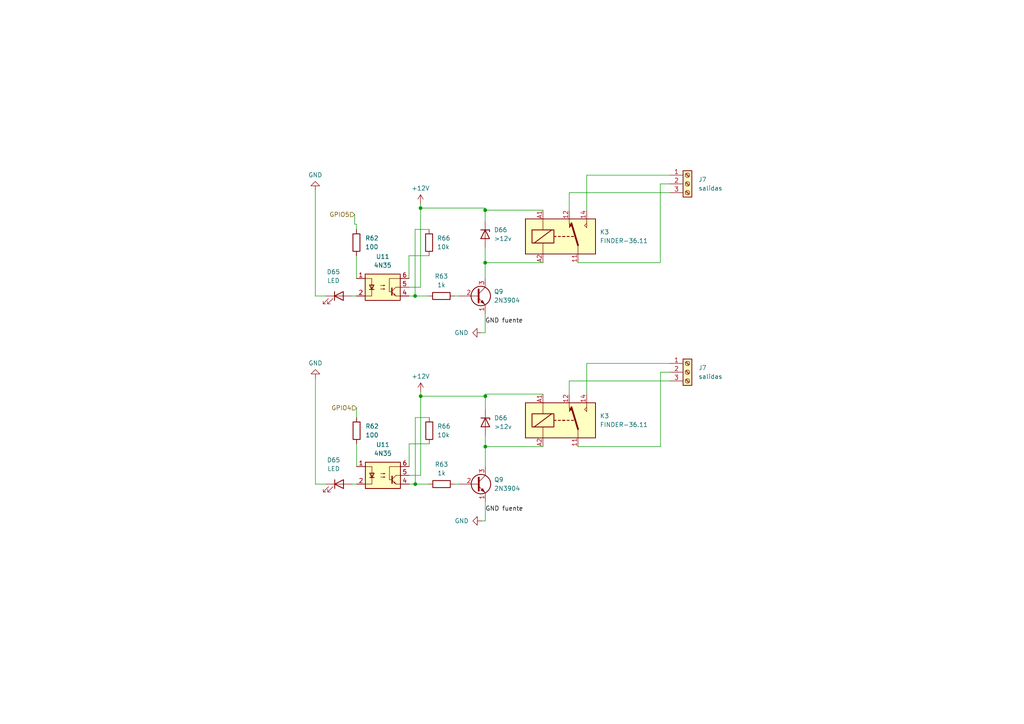
<source format=kicad_sch>
(kicad_sch (version 20230121) (generator eeschema)
  (paper "A4")
  (lib_symbols
    (symbol "Connector:Screw_Terminal_01x03" (pin_names (offset 1.016) hide)
      (property "Reference" "J" (at 0 5.08 0))
      (property "Value" "Screw_Terminal_01x03" (at 0 -5.08 0))
      (symbol "Screw_Terminal_01x03_1_1"
        (rectangle (start -1.27 3.81) (end 1.27 -3.81) (stroke (width 0.254)) (fill (type background)))
        (circle (center 0 -2.54) (radius 0.635) (stroke (width 0.1524)))
        (polyline (pts (xy -0.5334 -2.2098) (xy 0.3302 -3.048)) (stroke (width 0.1524)))
        (polyline (pts (xy -0.5334 0.3302) (xy 0.3302 -0.508)) (stroke (width 0.1524)))
        (polyline (pts (xy -0.5334 2.8702) (xy 0.3302 2.032)) (stroke (width 0.1524)))
        (polyline (pts (xy -0.3556 -2.032) (xy 0.508 -2.8702)) (stroke (width 0.1524)))
        (polyline (pts (xy -0.3556 0.508) (xy 0.508 -0.3302)) (stroke (width 0.1524)))
        (polyline (pts (xy -0.3556 3.048) (xy 0.508 2.2098)) (stroke (width 0.1524)))
        (circle (center 0 0) (radius 0.635) (stroke (width 0.1524)))
        (circle (center 0 2.54) (radius 0.635) (stroke (width 0.1524)))
        (pin passive line (at -5.08 2.54 0) (length 3.81) (name "Pin_1") (number "1"))
        (pin passive line (at -5.08 0 0) (length 3.81) (name "Pin_2") (number "2"))
        (pin passive line (at -5.08 -2.54 0) (length 3.81) (name "Pin_3") (number "3"))
      )
    )
    (symbol "Device:D_Zener" (pin_numbers hide) (pin_names (offset 1.016) hide)
      (property "Reference" "D" (at 0 2.54 0))
      (property "Value" "D_Zener" (at 0 -2.54 0))
      (symbol "D_Zener_0_1"
        (polyline (pts (xy 1.27 0) (xy -1.27 0)))
        (polyline (pts (xy -1.27 -1.27) (xy -1.27 1.27) (xy -0.762 1.27)) (stroke (width 0.254)))
        (polyline (pts (xy 1.27 -1.27) (xy 1.27 1.27) (xy -1.27 0) (xy 1.27 -1.27)) (stroke (width 0.254)))
      )
      (symbol "D_Zener_1_1"
        (pin passive line (at -3.81 0 0) (length 2.54) (name "K") (number "1"))
        (pin passive line (at 3.81 0 180) (length 2.54) (name "A") (number "2"))
      )
    )
    (symbol "Device:LED" (pin_numbers hide) (pin_names (offset 1.016) hide)
      (property "Reference" "D" (at 0 2.54 0))
      (property "Value" "LED" (at 0 -2.54 0))
      (symbol "LED_0_1"
        (polyline (pts (xy -1.27 -1.27) (xy -1.27 1.27)) (stroke (width 0.254)))
        (polyline (pts (xy -1.27 0) (xy 1.27 0)))
        (polyline (pts (xy 1.27 -1.27) (xy 1.27 1.27) (xy -1.27 0) (xy 1.27 -1.27)) (stroke (width 0.254)))
        (polyline (pts (xy -3.048 -0.762) (xy -4.572 -2.286) (xy -3.81 -2.286) (xy -4.572 -2.286) (xy -4.572 -1.524)))
        (polyline (pts (xy -1.778 -0.762) (xy -3.302 -2.286) (xy -2.54 -2.286) (xy -3.302 -2.286) (xy -3.302 -1.524)))
      )
      (symbol "LED_1_1"
        (pin passive line (at -3.81 0 0) (length 2.54) (name "K") (number "1"))
        (pin passive line (at 3.81 0 180) (length 2.54) (name "A") (number "2"))
      )
    )
    (symbol "Device:R" (pin_numbers hide) (pin_names (offset 0))
      (property "Reference" "R" (at 2.032 0 90))
      (property "Value" "R" (at 0 0 90))
      (symbol "R_0_1"
        (rectangle (start -1.016 -2.54) (end 1.016 2.54) (stroke (width 0.254)))
      )
      (symbol "R_1_1"
        (pin passive line (at 0 3.81 270) (length 1.27) (name "~") (number "1"))
        (pin passive line (at 0 -3.81 90) (length 1.27) (name "~") (number "2"))
      )
    )
    (symbol "Isolator:4N35" (pin_names (offset 1.016))
      (property "Reference" "U" (at -5.08 5.08 0))
      (property "Value" "4N35" (at 0 5.08 0))
      (symbol "4N35_0_1"
        (rectangle (start -5.08 3.81) (end 5.08 -3.81) (stroke (width 0.254)) (fill (type background)))
        (polyline (pts (xy -3.81 -0.635) (xy -2.54 -0.635)) (stroke (width 0.254)))
        (polyline (pts (xy 2.667 -1.397) (xy 3.81 -2.54)))
        (polyline (pts (xy 2.667 -1.143) (xy 3.81 0)))
        (polyline (pts (xy 3.81 -2.54) (xy 5.08 -2.54)))
        (polyline (pts (xy 3.81 0) (xy 5.08 0)))
        (polyline (pts (xy 2.667 -0.254) (xy 2.667 -2.286) (xy 2.667 -2.286)) (stroke (width 0.3556)))
        (polyline (pts (xy -5.08 -2.54) (xy -3.175 -2.54) (xy -3.175 2.54) (xy -5.08 2.54)))
        (polyline (pts (xy -3.175 -0.635) (xy -3.81 0.635) (xy -2.54 0.635) (xy -3.175 -0.635)) (stroke (width 0.254)))
        (polyline (pts (xy 3.683 -2.413) (xy 3.429 -1.905) (xy 3.175 -2.159) (xy 3.683 -2.413)))
        (polyline (pts (xy 5.08 2.54) (xy 1.905 2.54) (xy 1.905 -1.27) (xy 2.54 -1.27)))
        (polyline (pts (xy -0.635 -0.508) (xy 0.635 -0.508) (xy 0.254 -0.635) (xy 0.254 -0.381) (xy 0.635 -0.508)))
        (polyline (pts (xy -0.635 0.508) (xy 0.635 0.508) (xy 0.254 0.381) (xy 0.254 0.635) (xy 0.635 0.508)))
      )
      (symbol "4N35_1_1"
        (pin passive line (at -7.62 2.54 0) (length 2.54) (name "~") (number "1"))
        (pin passive line (at -7.62 -2.54 0) (length 2.54) (name "~") (number "2"))
        (pin no_connect line (at -5.08 0 0) (length 2.54) hide (name "NC") (number "3"))
        (pin passive line (at 7.62 -2.54 180) (length 2.54) (name "~") (number "4"))
        (pin passive line (at 7.62 0 180) (length 2.54) (name "~") (number "5"))
        (pin passive line (at 7.62 2.54 180) (length 2.54) (name "~") (number "6"))
      )
    )
    (symbol "Relay:FINDER-36.11"
      (property "Reference" "K" (at 11.43 3.81 0))
      (property "Value" "FINDER-36.11" (at 11.43 1.27 0))
      (symbol "FINDER-36.11_0_0"
        (polyline (pts (xy 2.54 3.81) (xy 2.54 5.08)))
        (polyline (pts (xy 7.62 3.81) (xy 7.62 5.08)))
        (polyline (pts (xy 7.62 3.81) (xy 7.62 2.54) (xy 6.985 3.175) (xy 7.62 3.81)))
      )
      (symbol "FINDER-36.11_0_1"
        (rectangle (start -10.16 5.08) (end 10.16 -5.08) (stroke (width 0.254)) (fill (type background)))
        (rectangle (start -8.255 1.905) (end -1.905 -1.905) (stroke (width 0.254)))
        (polyline (pts (xy -7.62 -1.905) (xy -2.54 1.905)) (stroke (width 0.254)))
        (polyline (pts (xy -5.08 -5.08) (xy -5.08 -1.905)))
        (polyline (pts (xy -5.08 5.08) (xy -5.08 1.905)))
        (polyline (pts (xy -1.905 0) (xy -1.27 0)) (stroke (width 0.254)))
        (polyline (pts (xy -0.635 0) (xy 0 0)) (stroke (width 0.254)))
        (polyline (pts (xy 0.635 0) (xy 1.27 0)) (stroke (width 0.254)))
        (polyline (pts (xy 0.635 0) (xy 1.27 0)) (stroke (width 0.254)))
        (polyline (pts (xy 1.905 0) (xy 2.54 0)) (stroke (width 0.254)))
        (polyline (pts (xy 3.175 0) (xy 3.81 0)) (stroke (width 0.254)))
        (polyline (pts (xy 5.08 -2.54) (xy 3.175 3.81)) (stroke (width 0.508)))
        (polyline (pts (xy 5.08 -2.54) (xy 5.08 -5.08)))
        (polyline (pts (xy 2.54 2.54) (xy 3.175 3.175) (xy 2.54 3.81)) (fill (type outline)))
      )
      (symbol "FINDER-36.11_1_1"
        (pin passive line (at 5.08 -7.62 90) (length 2.54) (name "~") (number "11"))
        (pin passive line (at 2.54 7.62 270) (length 2.54) (name "~") (number "12"))
        (pin passive line (at 7.62 7.62 270) (length 2.54) (name "~") (number "14"))
        (pin passive line (at -5.08 7.62 270) (length 2.54) (name "~") (number "A1"))
        (pin passive line (at -5.08 -7.62 90) (length 2.54) (name "~") (number "A2"))
      )
    )
    (symbol "Transistor_BJT:2N3904" (pin_names (offset 0) hide)
      (property "Reference" "Q" (at 5.08 1.905 0))
      (property "Value" "2N3904" (at 5.08 0 0))
      (symbol "2N3904_0_1"
        (polyline (pts (xy 0.635 0.635) (xy 2.54 2.54)))
        (polyline (pts (xy 0.635 -0.635) (xy 2.54 -2.54) (xy 2.54 -2.54)))
        (polyline (pts (xy 0.635 1.905) (xy 0.635 -1.905) (xy 0.635 -1.905)) (stroke (width 0.508)))
        (polyline (pts (xy 1.27 -1.778) (xy 1.778 -1.27) (xy 2.286 -2.286) (xy 1.27 -1.778) (xy 1.27 -1.778)) (fill (type outline)))
        (circle (center 1.27 0) (radius 2.8194) (stroke (width 0.254)))
      )
      (symbol "2N3904_1_1"
        (pin passive line (at 2.54 -5.08 90) (length 2.54) (name "E") (number "1"))
        (pin passive line (at -5.08 0 0) (length 5.715) (name "B") (number "2"))
        (pin passive line (at 2.54 5.08 270) (length 2.54) (name "C") (number "3"))
      )
    )
    (symbol "power:+12V" (power) (pin_names (offset 0))
      (property "Value" "+12V" (at 0 3.556 0))
      (symbol "+12V_0_1"
        (polyline (pts (xy -0.762 1.27) (xy 0 2.54)))
        (polyline (pts (xy 0 0) (xy 0 2.54)))
        (polyline (pts (xy 0 2.54) (xy 0.762 1.27)))
      )
      (symbol "+12V_1_1"
        (pin power_in line (at 0 0 90) (length 0) hide (name "+12V") (number "1"))
      )
    )
    (symbol "power:GND" (power) (pin_names (offset 0))
      (property "Value" "GND" (at 0 -3.81 0))
      (symbol "GND_0_1"
        (polyline (pts (xy 0 0) (xy 0 -1.27) (xy 1.27 -1.27) (xy 0 -2.54) (xy -1.27 -1.27) (xy 0 -1.27)))
      )
      (symbol "GND_1_1"
        (pin power_in line (at 0 0 270) (length 0) hide (name "GND") (number "1"))
      )
    )
  )
  (junction (at 140.7668 129.54))
  (junction (at 120.4468 140.4112))
  (junction (at 121.9708 60.3504))
  (junction (at 140.7668 114.9096))
  (junction (at 122.0216 114.9096))
  (junction (at 140.716 76.2))
  (junction (at 140.716 60.96))
  (junction (at 120.396 85.852))
  (wire (pts (xy 170.18 50.8) (xy 194.31 50.8)))
  (wire (pts (xy 140.716 76.2) (xy 140.716 80.772)))
  (wire (pts (xy 122.0216 114.9096) (xy 122.0216 113.5888)))
  (wire (pts (xy 121.9708 60.3504) (xy 121.9708 59.0296)))
  (wire (pts (xy 124.46 66.548) (xy 120.396 66.548)))
  (wire (pts (xy 140.7668 129.54) (xy 157.48 129.54)))
  (wire (pts (xy 121.9708 83.312) (xy 121.9708 60.3504)))
  (wire (pts (xy 140.716 64.135) (xy 140.716 60.96)))
  (wire (pts (xy 139.6492 96.52) (xy 140.716 96.52)))
  (wire (pts (xy 118.6688 128.7272) (xy 124.5108 128.7272)))
  (wire (pts (xy 118.6688 137.8712) (xy 122.0216 137.8712)))
  (wire (pts (xy 120.396 85.852) (xy 124.206 85.852)))
  (wire (pts (xy 140.716 90.932) (xy 140.716 96.52)))
  (wire (pts (xy 140.716 76.2) (xy 157.48 76.2)))
  (wire (pts (xy 170.18 60.96) (xy 170.18 50.8)))
  (wire (pts (xy 122.0216 137.8712) (xy 122.0216 114.9096)))
  (wire (pts (xy 120.4468 140.4112) (xy 124.2568 140.4112)))
  (wire (pts (xy 140.7668 126.3142) (xy 140.7668 129.54)))
  (wire (pts (xy 170.18 114.3) (xy 170.18 105.41)))
  (wire (pts (xy 102.108 85.852) (xy 103.378 85.852)))
  (wire (pts (xy 118.618 83.312) (xy 121.9708 83.312)))
  (wire (pts (xy 102.1588 140.4112) (xy 103.4288 140.4112)))
  (wire (pts (xy 170.18 105.41) (xy 194.31 105.41)))
  (wire (pts (xy 191.516 53.34) (xy 194.31 53.34)))
  (wire (pts (xy 191.5668 129.54) (xy 191.5668 107.95)))
  (wire (pts (xy 118.618 74.168) (xy 124.46 74.168)))
  (wire (pts (xy 140.7668 118.6942) (xy 140.7668 114.9096)))
  (wire (pts (xy 140.716 60.3504) (xy 140.716 60.96)))
  (wire (pts (xy 118.618 80.772) (xy 118.618 74.168)))
  (wire (pts (xy 94.5388 140.4112) (xy 91.4908 140.4112)))
  (wire (pts (xy 194.31 55.88) (xy 165.1 55.88)))
  (wire (pts (xy 167.64 76.2) (xy 191.516 76.2)))
  (wire (pts (xy 140.716 60.96) (xy 157.48 60.96)))
  (wire (pts (xy 191.516 76.2) (xy 191.516 53.34)))
  (wire (pts (xy 167.64 129.54) (xy 191.5668 129.54)))
  (wire (pts (xy 120.4468 121.1072) (xy 120.4468 140.4112)))
  (wire (pts (xy 121.9708 60.3504) (xy 140.716 60.3504)))
  (wire (pts (xy 165.1 55.88) (xy 165.1 60.96)))
  (wire (pts (xy 118.6688 140.4112) (xy 120.4468 140.4112)))
  (wire (pts (xy 131.8768 140.4112) (xy 133.1468 140.4112)))
  (wire (pts (xy 140.7668 145.4912) (xy 140.7668 151.0792)))
  (wire (pts (xy 91.4908 109.728) (xy 91.4908 140.4112)))
  (wire (pts (xy 94.488 85.852) (xy 91.44 85.852)))
  (wire (pts (xy 191.5668 107.95) (xy 194.31 107.95)))
  (wire (pts (xy 103.378 65.024) (xy 103.378 66.548)))
  (wire (pts (xy 91.44 55.1688) (xy 91.44 85.852)))
  (wire (pts (xy 122.0216 114.9096) (xy 140.7668 114.9096)))
  (wire (pts (xy 140.716 71.755) (xy 140.716 76.2)))
  (wire (pts (xy 103.378 74.168) (xy 103.378 80.772)))
  (wire (pts (xy 118.6688 135.3312) (xy 118.6688 128.7272)))
  (wire (pts (xy 165.1 110.49) (xy 194.31 110.49)))
  (wire (pts (xy 103.4288 118.3132) (xy 103.4288 121.1072)))
  (wire (pts (xy 165.1 114.3) (xy 165.1 110.49)))
  (wire (pts (xy 120.396 66.548) (xy 120.396 85.852)))
  (wire (pts (xy 102.87 65.024) (xy 103.378 65.024)))
  (wire (pts (xy 102.87 62.23) (xy 102.87 65.024)))
  (wire (pts (xy 131.826 85.852) (xy 133.096 85.852)))
  (wire (pts (xy 124.5108 121.1072) (xy 120.4468 121.1072)))
  (wire (pts (xy 140.7668 114.3) (xy 157.48 114.3)))
  (wire (pts (xy 140.7668 129.54) (xy 140.7668 135.3312)))
  (wire (pts (xy 140.7668 114.9096) (xy 140.7668 114.3)))
  (wire (pts (xy 139.7 151.0792) (xy 140.7668 151.0792)))
  (wire (pts (xy 118.618 85.852) (xy 120.396 85.852)))
  (wire (pts (xy 103.4288 128.7272) (xy 103.4288 135.3312)))
  (label "GND fuente" (at 140.7668 148.5392 0))
  (label "GND fuente" (at 140.716 93.98 0))
  (hierarchical_label "GPIO4" (shape input) (at 103.4288 118.3132 180))
  (hierarchical_label "GPIO5" (shape input) (at 102.87 62.23 180))
  (symbol (lib_id "Isolator:4N35") (at 110.998 83.312 0) (unit 1)
    (property "Reference" "U11" (at 110.998 74.422 0))
    (property "Value" "4N35" (at 110.998 76.962 0))
    (property "Footprint" "Package_DIP:DIP-6_W7.62mm" (effects hide))
    (property "Datasheet" "https://www.vishay.com/docs/81181/4n35.pdf" (effects hide))
    (instances (project "pcb de prueba de dispositivos" (path "" (reference "U11") (unit 1))) (project "robotica" (path "" (reference "U3") (unit 1))))
  )
  (symbol (lib_id "power:GND") (at 91.4908 109.728 180) (unit 1)
    (property "Reference" "#PWR020" (effects hide))
    (property "Value" "GND" (at 91.4908 105.3084 0))
  )
  (symbol (lib_id "Device:R") (at 103.378 70.358 180) (unit 1)
    (property "Reference" "R62" (at 105.918 69.0879 0) (effects (justify right)))
    (property "Value" "100" (at 105.918 71.6279 0) (effects (justify right)))
    (property "Footprint" "Resistor_THT:R_Axial_DIN0207_L6.3mm_D2.5mm_P7.62mm_Horizontal" (effects hide))
    (instances (project "pcb de prueba de dispositivos" (path "" (reference "R62") (unit 1))) (project "robotica" (path "" (reference "R1") (unit 1))))
  )
  (symbol (lib_id "Device:R") (at 128.016 85.852 90) (unit 1)
    (property "Reference" "R63" (at 128.016 80.137 90))
    (property "Value" "1k" (at 128.016 82.677 90))
    (property "Footprint" "Resistor_THT:R_Axial_DIN0207_L6.3mm_D2.5mm_P7.62mm_Horizontal" (effects hide))
    (instances (project "pcb de prueba de dispositivos" (path "" (reference "R63") (unit 1))) (project "robotica" (path "" (reference "R5") (unit 1))))
  )
  (symbol (lib_id "Device:R") (at 124.5108 124.9172 180) (unit 1)
    (property "Reference" "R66" (at 126.7968 123.6471 0) (effects (justify right)))
    (property "Value" "10k" (at 126.7968 126.1871 0) (effects (justify right)))
    (property "Footprint" "Resistor_THT:R_Axial_DIN0207_L6.3mm_D2.5mm_P7.62mm_Horizontal" (effects hide))
    (instances (project "pcb de prueba de dispositivos" (path "" (reference "R66") (unit 1))) (project "robotica" (path "" (reference "R4") (unit 1))))
  )
  (symbol (lib_id "power:GND") (at 139.6492 96.52 270) (unit 1)
    (property "Reference" "#PWR019" (effects hide))
    (property "Value" "GND" (at 135.89 96.52 90) (effects (justify right)))
  )
  (symbol (lib_id "Relay:FINDER-36.11") (at 162.56 121.92 0) (unit 1)
    (property "Reference" "K3" (at 173.99 120.6499 0) (effects (justify left)))
    (property "Value" "FINDER-36.11" (at 173.99 123.1899 0) (effects (justify left)))
    (property "Footprint" "Relay_THT:Relay_SPDT_Finder_36.11" (effects hide))
    (property "Datasheet" "https://gfinder.findernet.com/public/attachments/36/EN/S36EN.pdf" (effects hide))
    (instances (project "pcb de prueba de dispositivos" (path "" (reference "K3") (unit 1))) (project "robotica" (path "" (reference "K2") (unit 1))))
  )
  (symbol (lib_id "Device:D_Zener") (at 140.716 67.945 270) (unit 1)
    (property "Reference" "D66" (at 143.256 66.6749 90) (effects (justify left)))
    (property "Value" ">12v" (at 143.256 69.2149 90) (effects (justify left)))
    (property "Footprint" "Diode_THT:D_A-405_P10.16mm_Horizontal" (effects hide))
    (instances (project "pcb de prueba de dispositivos" (path "" (reference "D66") (unit 1))) (project "robotica" (path "" (reference "D3") (unit 1))))
  )
  (symbol (lib_id "Connector:Screw_Terminal_01x03") (at 199.39 53.34 0) (unit 1)
    (property "Reference" "J7" (at 202.565 52.0699 0) (effects (justify left)))
    (property "Value" "salidas" (at 202.565 54.6099 0) (effects (justify left)))
    (property "Footprint" "TerminalBlock:TerminalBlock_bornier-3_P5.08mm" (effects hide))
    (instances (project "pcb de prueba de dispositivos" (path "" (reference "J7") (unit 1))) (project "robotica" (path "" (reference "J17") (unit 1))))
  )
  (symbol (lib_id "power:GND") (at 91.44 55.1688 180) (unit 1)
    (property "Reference" "#PWR018" (effects hide))
    (property "Value" "GND" (at 91.44 50.7492 0))
  )
  (symbol (lib_id "Transistor_BJT:2N3904") (at 138.2268 140.4112 0) (unit 1)
    (property "Reference" "Q9" (at 143.3068 139.1411 0) (effects (justify left)))
    (property "Value" "2N3904" (at 143.3068 141.6811 0) (effects (justify left)))
    (property "Footprint" "Package_TO_SOT_THT:TO-92_Wide" (effects hide))
    (property "Datasheet" "https://www.onsemi.com/pub/Collateral/2N3903-D.PDF" (effects hide))
    (instances (project "pcb de prueba de dispositivos" (path "" (reference "Q9") (unit 1))) (project "robotica" (path "" (reference "Q2") (unit 1))))
  )
  (symbol (lib_id "Device:R") (at 103.4288 124.9172 180) (unit 1)
    (property "Reference" "R62" (at 105.9688 123.6471 0) (effects (justify right)))
    (property "Value" "100" (at 105.9688 126.1871 0) (effects (justify right)))
    (property "Footprint" "Resistor_THT:R_Axial_DIN0207_L6.3mm_D2.5mm_P7.62mm_Horizontal" (effects hide))
    (instances (project "pcb de prueba de dispositivos" (path "" (reference "R62") (unit 1))) (project "robotica" (path "" (reference "R2") (unit 1))))
  )
  (symbol (lib_id "power:GND") (at 139.7 151.0792 270) (unit 1)
    (property "Reference" "#PWR022" (effects hide))
    (property "Value" "GND" (at 135.9408 151.0792 90) (effects (justify right)))
  )
  (symbol (lib_id "Connector:Screw_Terminal_01x03") (at 199.39 107.95 0) (unit 1)
    (property "Reference" "J7" (at 202.565 106.6799 0) (effects (justify left)))
    (property "Value" "salidas" (at 202.565 109.2199 0) (effects (justify left)))
    (property "Footprint" "TerminalBlock:TerminalBlock_bornier-3_P5.08mm" (effects hide))
    (instances (project "pcb de prueba de dispositivos" (path "" (reference "J7") (unit 1))) (project "robotica" (path "" (reference "J3") (unit 1))))
  )
  (symbol (lib_id "power:+12V") (at 121.9708 59.0296 0) (unit 1)
    (property "Reference" "#PWR017" (effects hide))
    (property "Value" "+12V" (at 121.9708 54.61 0))
  )
  (symbol (lib_id "Device:R") (at 128.0668 140.4112 90) (unit 1)
    (property "Reference" "R63" (at 128.0668 134.6962 90))
    (property "Value" "1k" (at 128.0668 137.2362 90))
    (property "Footprint" "Resistor_THT:R_Axial_DIN0207_L6.3mm_D2.5mm_P7.62mm_Horizontal" (effects hide))
    (instances (project "pcb de prueba de dispositivos" (path "" (reference "R63") (unit 1))) (project "robotica" (path "" (reference "R6") (unit 1))))
  )
  (symbol (lib_id "Device:R") (at 124.46 70.358 180) (unit 1)
    (property "Reference" "R66" (at 126.746 69.0879 0) (effects (justify right)))
    (property "Value" "10k" (at 126.746 71.6279 0) (effects (justify right)))
    (property "Footprint" "Resistor_THT:R_Axial_DIN0207_L6.3mm_D2.5mm_P7.62mm_Horizontal" (effects hide))
    (instances (project "pcb de prueba de dispositivos" (path "" (reference "R66") (unit 1))) (project "robotica" (path "" (reference "R3") (unit 1))))
  )
  (symbol (lib_id "Isolator:4N35") (at 111.0488 137.8712 0) (unit 1)
    (property "Reference" "U11" (at 111.0488 128.9812 0))
    (property "Value" "4N35" (at 111.0488 131.5212 0))
    (property "Footprint" "Package_DIP:DIP-6_W7.62mm" (effects hide))
    (property "Datasheet" "https://www.vishay.com/docs/81181/4n35.pdf" (effects hide))
    (instances (project "pcb de prueba de dispositivos" (path "" (reference "U11") (unit 1))) (project "robotica" (path "" (reference "U4") (unit 1))))
  )
  (symbol (lib_id "Device:LED") (at 98.3488 140.4112 0) (unit 1)
    (property "Reference" "D65" (at 96.7613 133.4262 0))
    (property "Value" "LED" (at 96.7613 135.9662 0))
    (property "Footprint" "LED_THT:LED_D5.0mm" (effects hide))
    (instances (project "pcb de prueba de dispositivos" (path "" (reference "D65") (unit 1))) (project "robotica" (path "" (reference "D2") (unit 1))))
  )
  (symbol (lib_id "Relay:FINDER-36.11") (at 162.56 68.58 0) (unit 1)
    (property "Reference" "K3" (at 173.99 67.3099 0) (effects (justify left)))
    (property "Value" "FINDER-36.11" (at 173.99 69.8499 0) (effects (justify left)))
    (property "Footprint" "Relay_THT:Relay_SPDT_Finder_36.11" (effects hide))
    (property "Datasheet" "https://gfinder.findernet.com/public/attachments/36/EN/S36EN.pdf" (effects hide))
    (instances (project "pcb de prueba de dispositivos" (path "" (reference "K3") (unit 1))) (project "robotica" (path "" (reference "K1") (unit 1))))
  )
  (symbol (lib_id "Device:LED") (at 98.298 85.852 0) (unit 1)
    (property "Reference" "D65" (at 96.7105 78.867 0))
    (property "Value" "LED" (at 96.7105 81.407 0))
    (property "Footprint" "LED_THT:LED_D5.0mm" (effects hide))
    (instances (project "pcb de prueba de dispositivos" (path "" (reference "D65") (unit 1))) (project "robotica" (path "" (reference "D1") (unit 1))))
  )
  (symbol (lib_id "Transistor_BJT:2N3904") (at 138.176 85.852 0) (unit 1)
    (property "Reference" "Q9" (at 143.256 84.5819 0) (effects (justify left)))
    (property "Value" "2N3904" (at 143.256 87.1219 0) (effects (justify left)))
    (property "Footprint" "Package_TO_SOT_THT:TO-92_Wide" (effects hide))
    (property "Datasheet" "https://www.onsemi.com/pub/Collateral/2N3903-D.PDF" (effects hide))
    (instances (project "pcb de prueba de dispositivos" (path "" (reference "Q9") (unit 1))) (project "robotica" (path "" (reference "Q1") (unit 1))))
  )
  (symbol (lib_id "Device:D_Zener") (at 140.7668 122.5042 270) (unit 1)
    (property "Reference" "D66" (at 143.3068 121.2341 90) (effects (justify left)))
    (property "Value" ">12v" (at 143.3068 123.7741 90) (effects (justify left)))
    (property "Footprint" "Diode_THT:D_A-405_P10.16mm_Horizontal" (effects hide))
    (instances (project "pcb de prueba de dispositivos" (path "" (reference "D66") (unit 1))) (project "robotica" (path "" (reference "D4") (unit 1))))
  )
  (symbol (lib_id "power:+12V") (at 122.0216 113.5888 0) (unit 1)
    (property "Reference" "#PWR021" (effects hide))
    (property "Value" "+12V" (at 122.0216 109.1692 0))
  )
)
</source>
